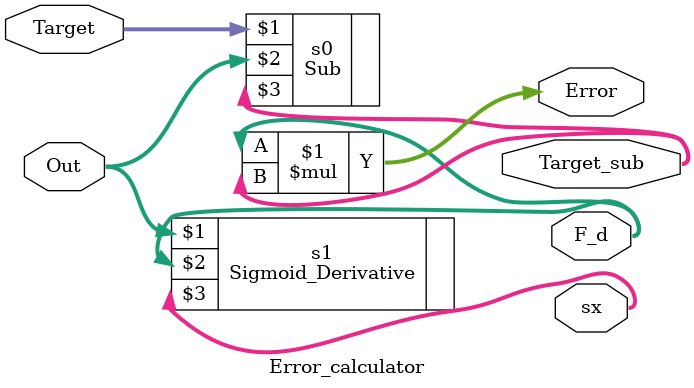
<source format=v>
module Error_calculator (Target,Out,Error,F_d,Target_sub,sx);

input signed [31:0] Target ;
input signed [31:0] Out;

output signed [31:0] Error;
output signed [31:0] F_d;
output signed [31:0] Target_sub;
output signed [31:0] sx;

Sub s0(Target,Out,Target_sub);
Sigmoid_Derivative s1(Out,F_d,sx);
assign Error = F_d * Target_sub;

endmodule


</source>
